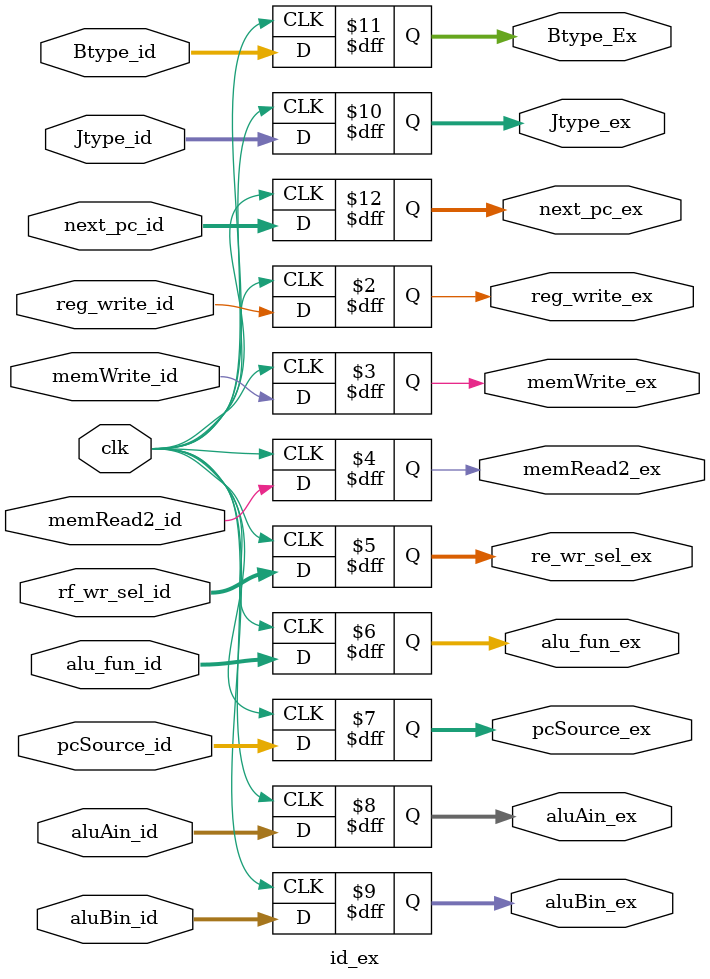
<source format=sv>
`timescale 1ns / 1ps


module if_id(
    input clk,
    input [31:0] ir_in, next_pc_in,
    output logic [31:0] ir_out, next_pc_out
    );
    
    always@(posedge clk) begin
        ir_out <= ir_in;
        next_pc_out <= next_pc_in;
    end
endmodule

module id_ex(
    input clk, reg_write_id, memWrite_id, memRead2_id,
    input [1:0] rf_wr_sel_id,
    input [3:0] alu_fun_id, pcSource_id,
    input [31:0] aluAin_id, aluBin_id, Jtype_id, Btype_id, next_pc_id,
    output logic reg_write_ex, memWrite_ex, memRead2_ex,
    output logic [1:0] re_wr_sel_ex,
    output logic [3:0] alu_fun_ex, pcSource_ex,
    output logic [31:0] aluAin_ex, aluBin_ex, Jtype_ex, Btype_Ex, next_pc_ex 
    );
    
    always@(posedge clk) begin
        reg_write_ex <= reg_write_id;
        memWrite_ex <= memWrite_id;
        memRead2_ex <= memRead2_id;
        re_wr_sel_ex <= rf_wr_sel_id;
        alu_fun_ex <= alu_fun_id;
        pcSource_ex <= pcSource_id;
        aluAin_ex <= aluAin_id;
        aluBin_ex <= aluBin_id;
        Jtype_ex <= Jtype_id;
        Btype_Ex <= Btype_id;
        next_pc_ex <= next_pc_id;
    end
endmodule

</source>
